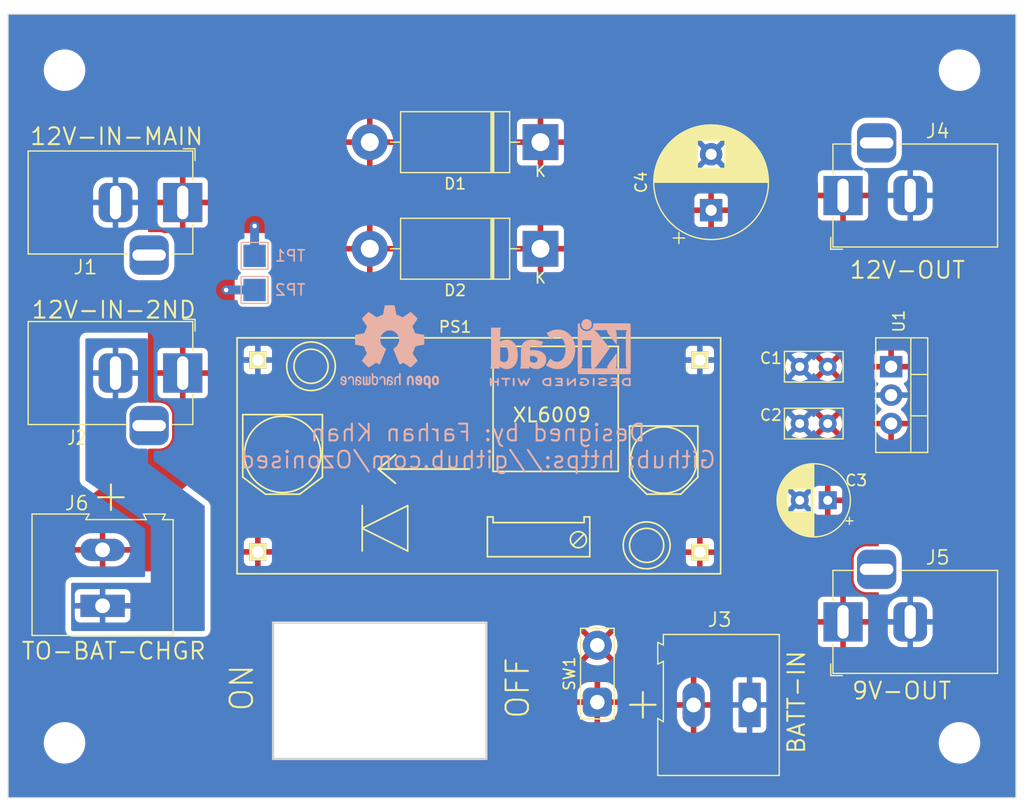
<source format=kicad_pcb>
(kicad_pcb (version 20221018) (generator pcbnew)
  (title_block (title "UPS for Router") (rev "2") (comment 3 "Github:https://github.com/Ozonised") (comment 4 "Author: Farhan Khan"))
  (layers (0 "F.Cu" signal) (31 "B.Cu" power) (34 "B.Paste" user) (35 "F.Paste" user) (36 "B.SilkS" user "B.Silkscreen") (37 "F.SilkS" user "F.Silkscreen") (38 "B.Mask" user) (39 "F.Mask" user) (44 "Edge.Cuts" user))
  (net 0 "")
  (net 1 "/12V-OUT")
  (net 2 "GND")
  (net 3 "/9V-out")
  (net 4 "/12V-main")
  (net 5 "/12V-2nd")
  (net 6 "/VBATT+")
  (net 7 "/12V-boosted")
  (net 8 "Net-(PS1-IN+)")
  (net 9 "GND1")
  (footprint "Diode_THT:D_DO-201AD_P15.24mm_Horizontal" (layer "F.Cu") (at 140.97 79.375 180)
    (fp_text reference "D2" (at 7.62 -3.72) (layer "F.SilkS"))
    (fp_text value "1N5822")
    (fp_text user "K" (at 0 -2.6) (layer "F.SilkS"))
    (pad "1" thru_hole rect (at 0 0 180) (size 3.2 3.2) (drill 1.6) (layers "*.Cu" "*.Mask") (net 1 "/12V-OUT"))
    (pad "2" thru_hole oval (at 15.24 0 180) (size 3.2 3.2) (drill 1.6) (layers "*.Cu" "*.Mask") (net 7 "/12V-boosted"))
  )
  (footprint "Connector_BarrelJack:BarrelJack_Horizontal" (layer "F.Cu") (at 109.025 90.4825)
    (fp_text reference "J2" (at -9.457 5.7835 180) (layer "F.SilkS") (effects (font (size 1.25 1))))
    (fp_text value "12V-IN")
    (pad "1" thru_hole rect (at 0 0) (size 3.5 3.5) (drill oval 1 3) (layers "*.Cu" "*.Mask") (net 5 "/12V-2nd"))
    (pad "2" thru_hole roundrect (at -6 0) (size 3 3.5) (drill oval 1 3) (layers "*.Cu" "*.Mask") (net 9 "GND1"))
    (pad "3" thru_hole roundrect (at -3 4.7) (size 3.5 3.5) (drill oval 3 1) (layers "*.Cu" "*.Mask"))
  )
  (footprint "Diode_THT:D_DO-201AD_P15.24mm_Horizontal" (layer "F.Cu") (at 140.97 69.85 180)
    (fp_text reference "D1" (at 7.62 -3.72) (layer "F.SilkS"))
    (fp_text value "1N5822")
    (fp_text user "K" (at 0 -2.6) (layer "F.SilkS"))
    (pad "1" thru_hole rect (at 0 0 180) (size 3.2 3.2) (drill 1.6) (layers "*.Cu" "*.Mask") (net 1 "/12V-OUT"))
    (pad "2" thru_hole oval (at 15.24 0 180) (size 3.2 3.2) (drill 1.6) (layers "*.Cu" "*.Mask") (net 4 "/12V-main"))
  )
  (footprint "Connector_BarrelJack:BarrelJack_Horizontal" (layer "F.Cu") (at 167.99 112.7175 180)
    (fp_text reference "J5" (at -8.45 5.75) (layer "F.SilkS") (effects (font (size 1.25 1.25))))
    (fp_text value "9V-OUT")
    (pad "1" thru_hole rect (at 0 0 180) (size 3.5 3.5) (drill oval 1 3) (layers "*.Cu" "*.Mask") (net 3 "/9V-out"))
    (pad "2" thru_hole roundrect (at -6 0 180) (size 3 3.5) (drill oval 1 3) (layers "*.Cu" "*.Mask") (net 2 "GND"))
    (pad "3" thru_hole roundrect (at -3 4.7 180) (size 3.5 3.5) (drill oval 3 1) (layers "*.Cu" "*.Mask"))
  )
  (footprint "Capacitor_THT:CP_Radial_D6.3mm_P2.50mm" (layer "F.Cu") (at 166.624 101.854 180)
    (fp_text reference "C3" (at -2.54 1.778) (layer "F.SilkS"))
    (fp_text value "220uF")
    (pad "1" thru_hole rect (at 0 0 180) (size 1.6 1.6) (drill 0.8) (layers "*.Cu" "*.Mask") (net 3 "/9V-out"))
    (pad "2" thru_hole circle (at 2.5 0 180) (size 1.6 1.6) (drill 0.8) (layers "*.Cu" "*.Mask") (net 2 "GND"))
  )
  (footprint "MountingHole:MountingHole_3.2mm_M3" (layer "F.Cu") (at 98.472 123.524)
    (fp_text reference "H2")
    (fp_text value "3.2mm_M3")
    (pad "" np_thru_hole circle (at 0 0) (size 3.2 3.2) (drill 3.2) (layers "*.Cu" "*.Mask"))
  )
  (footprint "Connector_BarrelJack:BarrelJack_Horizontal" (layer "F.Cu") (at 109.025 75.2425)
    (fp_text reference "J1" (at -8.695 5.7835) (layer "F.SilkS") (effects (font (size 1.25 1.25))))
    (fp_text value "12V-IN")
    (pad "1" thru_hole rect (at 0 0) (size 3.5 3.5) (drill oval 1 3) (layers "*.Cu" "*.Mask") (net 4 "/12V-main"))
    (pad "2" thru_hole roundrect (at -6 0) (size 3 3.5) (drill oval 1 3) (layers "*.Cu" "*.Mask") (net 2 "GND"))
    (pad "3" thru_hole roundrect (at -3 4.7) (size 3.5 3.5) (drill oval 3 1) (layers "*.Cu" "*.Mask"))
  )
  (footprint "TerminalBlock:TerminalBlock_Altech_AK300-2_P5.00mm" (layer "F.Cu") (at 159.645 120.14 180)
    (fp_text reference "J3" (at 2.673 7.618) (layer "F.SilkS") (effects (font (size 1.25 1.25))))
    (fp_text value "BAT IN")
    (pad "1" thru_hole rect (at 0 0 180) (size 1.98 3.96) (drill 1.32) (layers "*.Cu" "*.Mask") (net 2 "GND"))
    (pad "2" thru_hole oval (at 5 0 180) (size 1.98 3.96) (drill 1.32) (layers "*.Cu" "*.Mask") (net 6 "/VBATT+"))
  )
  (footprint "Capacitor_THT:C_Disc_D5.0mm_W2.5mm_P2.50mm" (layer "F.Cu") (at 166.624 94.996 180)
    (fp_text reference "C2" (at 5.08 0.762) (layer "F.SilkS"))
    (fp_text value "0.1uF")
    (pad "1" thru_hole circle (at 0 0 180) (size 1.6 1.6) (drill 0.8) (layers "*.Cu" "*.Mask") (net 3 "/9V-out"))
    (pad "2" thru_hole circle (at 2.5 0 180) (size 1.6 1.6) (drill 0.8) (layers "*.Cu" "*.Mask") (net 2 "GND"))
  )
  (footprint "Capacitor_THT:CP_Radial_D10.0mm_P5.00mm" (layer "F.Cu") (at 156.21 75.934447 90)
    (fp_text reference "C4" (at 2.5 -6.25 90) (layer "F.SilkS"))
    (fp_text value "470uF")
    (pad "1" thru_hole rect (at 0 0 90) (size 2 2) (drill 1) (layers "*.Cu" "*.Mask") (net 1 "/12V-OUT"))
    (pad "2" thru_hole circle (at 5 0 90) (size 2 2) (drill 1) (layers "*.Cu" "*.Mask") (net 2 "GND"))
  )
  (footprint "MountingHole:MountingHole_3.2mm_M3" (layer "F.Cu") (at 178.388 123.524)
    (fp_text reference "H4")
    (fp_text value "3.2mm_M3")
    (pad "" np_thru_hole circle (at 0 0) (size 3.2 3.2) (drill 3.2) (layers "*.Cu" "*.Mask"))
  )
  (footprint "MountingHole:MountingHole_3.2mm_M3" (layer "F.Cu") (at 178.388 63.42)
    (fp_text reference "H3")
    (fp_text value "3.2mm_M3")
    (pad "" np_thru_hole circle (at 0 0) (size 3.2 3.2) (drill 3.2) (layers "*.Cu" "*.Mask"))
  )
  (footprint "TerminalBlock:TerminalBlock_Altech_AK300-2_P5.00mm" (layer "F.Cu") (at 101.87 111.28 90)
    (fp_text reference "J6" (at 9.172 -2.302 180) (layer "F.SilkS") (effects (font (size 1.25 1.25))))
    (fp_text value "12V out")
    (pad "1" thru_hole rect (at 0 0 90) (size 1.98 3.96) (drill 1.32) (layers "*.Cu" "*.Mask") (net 9 "GND1"))
    (pad "2" thru_hole oval (at 5 0 90) (size 1.98 3.96) (drill 1.32) (layers "*.Cu" "*.Mask") (net 5 "/12V-2nd"))
  )
  (footprint "TestPoint:TestPoint_2Pads_Pitch5.08mm_Drill1.3mm" (layer "F.Cu") (at 146.05 119.888 90)
    (fp_text reference "SW1" (at 2.54 -2.5 90) (layer "F.SilkS"))
    (fp_text value "SW_SPST")
    (pad "1" thru_hole roundrect (at 0 0 90) (size 2.6 2.6) (drill 1.3) (layers "*.Cu" "*.Mask") (net 6 "/VBATT+"))
    (pad "2" thru_hole circle (at 5.08 0 90) (size 2.6 2.6) (drill 1.3) (layers "*.Cu" "*.Mask") (net 8 "Net-(PS1-IN+)"))
  )
  (footprint "Connector_BarrelJack:BarrelJack_Horizontal" (layer "F.Cu") (at 167.99 74.6175 180)
    (fp_text reference "J4" (at -8.45 5.75) (layer "F.SilkS") (effects (font (size 1.25 1.25))))
    (fp_text value "12V-OUT")
    (pad "1" thru_hole rect (at 0 0 180) (size 3.5 3.5) (drill oval 1 3) (layers "*.Cu" "*.Mask") (net 1 "/12V-OUT"))
    (pad "2" thru_hole roundrect (at -6 0 180) (size 3 3.5) (drill oval 1 3) (layers "*.Cu" "*.Mask") (net 2 "GND"))
    (pad "3" thru_hole roundrect (at -3 4.7 180) (size 3.5 3.5) (drill oval 3 1) (layers "*.Cu" "*.Mask"))
  )
  (footprint "MountingHole:MountingHole_3.2mm_M3" (layer "F.Cu") (at 98.472 63.42)
    (fp_text reference "H1")
    (fp_text value "3.2mm_M3")
    (pad "" np_thru_hole circle (at 0 0) (size 3.2 3.2) (drill 3.2) (layers "*.Cu" "*.Mask"))
  )
  (footprint "XL6009_boost_converter_module:XL6009_module" (layer "F.Cu") (at 113.8795 87.3365 180)
    (fp_text reference "PS1" (at -19.4705 0.9765) (layer "F.SilkS"))
    (fp_text value "XL6009_module")
    (pad "1" thru_hole rect (at -41.3258 -19.1516 180) (size 1.524 1.524) (drill 1) (layers "*.Cu" "*.Mask" "F.SilkS") (net 8 "Net-(PS1-IN+)"))
    (pad "2" thru_hole rect (at -41.3258 -1.9812 180) (size 1.524 1.524) (drill 1) (layers "*.Cu" "*.Mask" "F.SilkS") (net 2 "GND"))
    (pad "3" thru_hole rect (at -1.8542 -1.9812 180) (size 1.524 1.524) (drill 1) (layers "*.Cu" "*.Mask" "F.SilkS") (net 2 "GND"))
    (pad "4" thru_hole rect (at -1.8542 -19.1262 180) (size 1.524 1.524) (drill 1) (layers "*.Cu" "*.Mask" "F.SilkS") (net 7 "/12V-boosted"))
  )
  (footprint "Capacitor_THT:C_Disc_D5.0mm_W2.5mm_P2.50mm" (layer "F.Cu") (at 166.624 89.916 180)
    (fp_text reference "C1" (at 5.08 0.762) (layer "F.SilkS"))
    (fp_text value "0.1uF")
    (pad "1" thru_hole circle (at 0 0 180) (size 1.6 1.6) (drill 0.8) (layers "*.Cu" "*.Mask") (net 1 "/12V-OUT"))
    (pad "2" thru_hole circle (at 2.5 0 180) (size 1.6 1.6) (drill 0.8) (layers "*.Cu" "*.Mask") (net 2 "GND"))
  )
  (footprint "Package_TO_SOT_THT:TO-220-3_Vertical" (layer "F.Cu") (at 172.283 89.916 -90)
    (fp_text reference "U1" (at -4.064 -0.691 90) (layer "F.SilkS"))
    (fp_text value "L7809")
    (pad "1" thru_hole rect locked (at 0 0 270) (size 1.905 2) (drill 1.1) (layers "*.Cu" "*.Mask") (net 1 "/12V-OUT"))
    (pad "2" thru_hole oval locked (at 2.54 0 270) (size 1.905 2) (drill 1.1) (layers "*.Cu" "*.Mask") (net 2 "GND"))
    (pad "3" thru_hole oval locked (at 5.08 0 270) (size 1.905 2) (drill 1.1) (layers "*.Cu" "*.Mask") (net 3 "/9V-out"))
  )
  (footprint "TestPoint:TestPoint_Pad_2.0x2.0mm" (layer "B.Cu") (at 115.443 83.058 180)
    (fp_text reference "TP2" (at -3.175 0) (layer "B.SilkS") (effects (justify mirror)))
    (fp_text value "SolderBridge" hide)
    (pad "1" smd rect (at 0 0 180) (size 2 2) (layers "B.Cu" "B.Mask") (net 5 "/12V-2nd"))
  )
  (footprint "Symbol:OSHW-Logo2_9.8x8mm_SilkScreen" (layer "B.Cu") (at 127.508 88.138 180)
    (fp_text reference "REF**" hide)
    (fp_text value "OSHW-Logo2_9.8x8mm_SilkScreen" hide)
  )
  (footprint "TestPoint:TestPoint_Pad_2.0x2.0mm" (layer "B.Cu") (at 115.443 80.01 180)
    (fp_text reference "TP1" (at -3.175 0) (layer "B.SilkS") (effects (justify mirror)))
    (fp_text value "SolderBridge" hide)
    (pad "1" smd rect (at 0 0 180) (size 2 2) (layers "B.Cu" "B.Mask") (net 4 "/12V-main"))
  )
  (footprint "Symbol:KiCad-Logo2_5mm_SilkScreen" (layer "B.Cu") (at 142.748 88.646 180)
    (fp_text reference "REF**" hide)
    (fp_text value "KiCad-Logo2_5mm_SilkScreen" hide)
  )
  (gr_line (start 126.492 99.06) (end 128.016 97.79) (stroke (width 0.17)) (layer "F.SilkS"))
  (gr_line (start 128.016 100.33) (end 126.492 99.06) (stroke (width 0.17)) (layer "F.SilkS"))
  (gr_line (start 134.62 99.06) (end 126.492 99.06) (stroke (width 0.17)) (layer "F.SilkS"))
  (gr_rect (start 117.094 112.776) (end 136.144 124.968) (stroke (width 0.2)) (fill none) (layer "Edge.Cuts"))
  (gr_rect (start 93.43 58.42) (end 183.43 128.42) (stroke (width 0.1)) (fill none) (layer "Edge.Cuts"))
  (gr_text "Designed by: Farhan Khan\nGithub: https://github.com/Ozonised" (at 135.382 97.028) (layer "B.SilkS") (effects (font (size 1.5 1.5) (thickness 0.18)) (justify mirror)))
  (gr_text "12V-OUT" (at 173.736 81.28) (layer "F.SilkS") (effects (font (size 1.5 1.5) (thickness 0.18))))
  (gr_text "OFF" (at 138.938 118.618 90) (layer "F.SilkS") (effects (font (size 2 2) (thickness 0.18))))
  (gr_text "12V-IN-2ND" (at 102.87 84.836) (layer "F.SilkS") (effects (font (size 1.5 1.5) (thickness 0.18))))
  (gr_text "TO-BAT-CHGR" (at 102.87 115.316) (layer "F.SilkS") (effects (font (size 1.5 1.5) (thickness 0.18))))
  (gr_text "9V-OUT" (at 173.228 118.872) (layer "F.SilkS") (effects (font (size 1.5 1.5) (thickness 0.18))))
  (gr_text "12V-IN-MAIN" (at 103.124 69.342) (layer "F.SilkS") (effects (font (size 1.5 1.5) (thickness 0.18))))
  (gr_text "XL6009" (at 141.986 94.234) (layer "F.SilkS") (effects (font (size 1.25 1.25) (thickness 0.18))))
  (gr_text "ON" (at 114.3 118.618 90) (layer "F.SilkS") (effects (font (size 2 2) (thickness 0.18))))
  (gr_text "BATT-IN" (at 163.83 119.888 90) (layer "F.SilkS") (effects (font (size 1.5 1.5) (thickness 0.18))))
  (gr_text "+" (at 150.114 119.888) (layer "F.SilkS") (effects (font (size 3 3) (thickness 0.18))))
  (gr_text "+" (at 102.616 101.346) (layer "F.SilkS") (effects (font (size 3 3) (thickness 0.18))))
  (via (at 115.443 77.343) (size 0.8) (drill 0.4) (layers "F.Cu" "B.Cu") (net 4))
  (segment (start 115.443 77.343) (end 115.443 80.01) (width 0.8) (layer "B.Cu") (net 4))
  (via (at 112.903 83.058) (size 0.8) (drill 0.4) (layers "F.Cu" "B.Cu") (net 5))
  (segment (start 112.903 83.058) (end 115.443 83.058) (width 0.8) (layer "B.Cu") (net 5))
  (segment (start 146.05 119.888) (end 146.302 120.14) (width 0.8) (layer "F.Cu") (net 6))
  (zone (net 5) (net_name "/12V-2nd") (layer "F.Cu") (connect_pads (clearance 0.3)) (min_thickness 0.25) (fill yes (thermal_gap 0.5) (thermal_bridge_width 0.5))
    (polygon (pts (xy 113.665 86.614) (xy 112.268 86.614) (xy 112.268 98.298) (xy 106.426 102.87) (xy 106.426 108.204) (xy 99.06 108.204) (xy 99.06 102.616) (xy 105.918 97.79) (xy 105.918 84.328) (xy 110.744 81.788) (xy 113.665 81.788)))
  )
  (zone (net 8) (net_name "Net-(PS1-IN+)") (layer "F.Cu") (connect_pads (clearance 0.3)) (min_thickness 0.25) (fill yes (thermal_gap 0.5) (thermal_bridge_width 0.5))
    (polygon (pts (xy 157.48 109.22) (xy 153.659041 109.246431) (xy 149.341045 112.54981) (xy 149.351895 117.095379) (xy 143.001891 117.094) (xy 143.002 111.506) (xy 152.908 104.14) (xy 157.48 104.14)))
  )
  (zone (net 7) (net_name "/12V-boosted") (layer "F.Cu") (connect_pads (clearance 0.3)) (min_thickness 0.25) (fill yes (thermal_gap 0.5) (thermal_bridge_width 0.5))
    (polygon (pts (xy 128.778 87.63) (xy 118.11 109.22) (xy 113.03 109.22) (xy 113.03 104.394) (xy 122.301 86.995) (xy 122.301 75.819) (xy 128.778 75.819)))
  )
  (zone (net 6) (net_name "/VBATT+") (layer "F.Cu") (connect_pads (clearance 0.3)) (min_thickness 0.25) (fill yes (thermal_gap 0.5) (thermal_bridge_width 0.5))
    (polygon (pts (xy 156.972 123.19) (xy 143.002 123.19) (xy 143.002 117.602) (xy 150.622 117.602) (xy 150.622 116.84) (xy 156.972 116.84)))
  )
  (zone (net 1) (net_name "/12V-OUT") (layer "F.Cu") (priority 1) (connect_pads (clearance 0.3)) (min_thickness 0.25) (fill yes (thermal_gap 0.5) (thermal_bridge_width 0.5))
    (polygon (pts (xy 170.18 91.186) (xy 170.18 91.694) (xy 165.354 91.694) (xy 165.354 78.74) (xy 145.796 78.74) (xy 145.796 83.058) (xy 138.176 83.058) (xy 138.176 66.04) (xy 145.796 66.04) (xy 145.796 73.406) (xy 163.068 73.406) (xy 171.45 73.406) (xy 171.45 80.01) (xy 175.514 85.852) (xy 176.53 85.852) (xy 176.53 91.186)))
  )
  (zone (net 3) (net_name "/9V-out") (layer "F.Cu") (connect_pads (clearance 0.3)) (min_thickness 0.25) (fill yes (thermal_gap 0.5) (thermal_bridge_width 0.5))
    (polygon (pts (xy 175.768 99.06) (xy 171.196 105.156) (xy 171.196 116.078) (xy 165.354 116.078) (xy 165.354 93.726) (xy 175.768 93.726)))
  )
  (zone (net 4) (net_name "/12V-main") (layer "F.Cu") (connect_pads (clearance 0.3)) (min_thickness 0.25) (fill yes (thermal_gap 0.5) (thermal_bridge_width 0.5))
    (polygon (pts (xy 128.778 73.406) (xy 118.364 73.406) (xy 118.364 77.978) (xy 116.332 77.978) (xy 113.792 77.978) (xy 105.918 77.978) (xy 105.918 72.136) (xy 121.158 66.04) (xy 128.778 66.04)))
  )
  (zone (net 9) (net_name "GND1") (layer "B.Cu") (priority 2) (connect_pads (clearance 0.3)) (min_thickness 0.25) (fill yes (thermal_gap 0.5) (thermal_bridge_width 0.5))
    (polygon (pts (xy 99.06 109.22) (xy 99.06 113.538) (xy 110.998 113.538) (xy 110.998 102.362) (xy 105.918 98.552) (xy 105.918 87.376) (xy 100.33 87.376) (xy 100.33 100.076) (xy 106.172 104.14) (xy 106.172 109.22)))
  )
  (zone (net 2) (net_name "GND") (layer "B.Cu") (connect_pads (clearance 0.5)) (min_thickness 0.25) (fill yes (thermal_gap 0.5) (thermal_bridge_width 0.5))
    (polygon (pts (xy 184.15 129.54) (xy 92.71 129.54) (xy 92.71 57.15) (xy 184.15 57.15)))
  )
)
</source>
